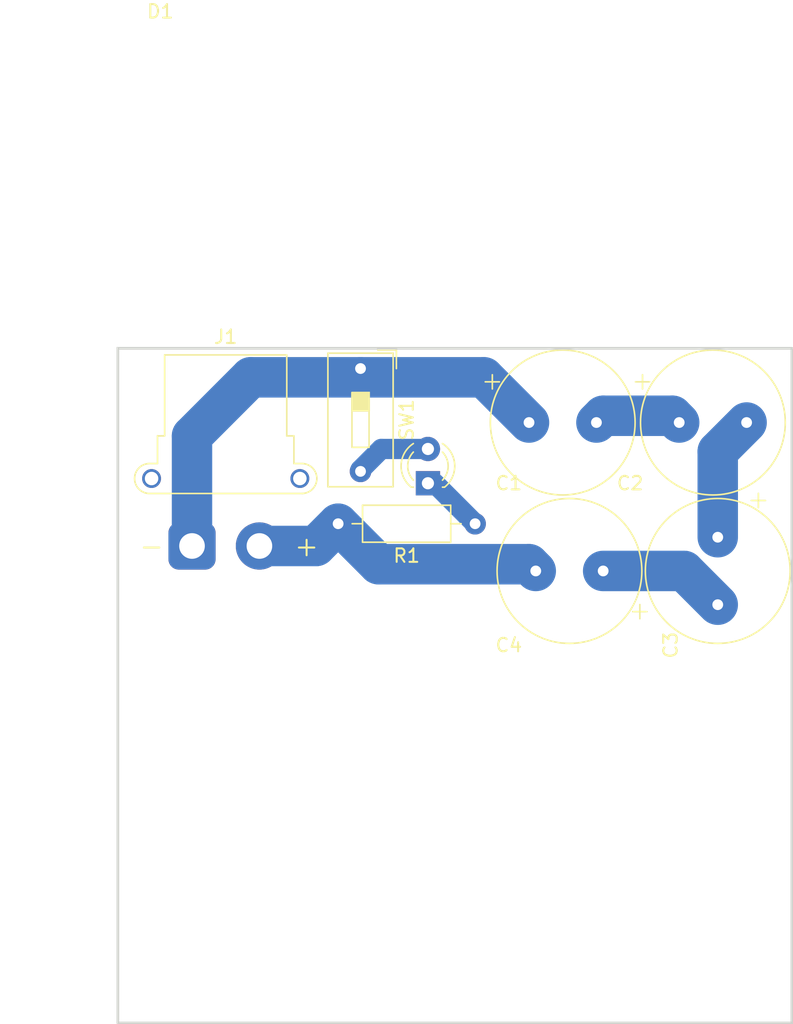
<source format=kicad_pcb>
(kicad_pcb (version 20241229) (generator "pcbnew") (generator_version "9.0")
  (layers (0 "F.Cu" signal) (2 "B.Cu" signal) (13 "F.Paste" user) (15 "B.Paste" user) (5 "F.SilkS" user "F.Silkscreen") (7 "B.SilkS" user "B.Silkscreen") (1 "F.Mask" user) (3 "B.Mask" user) (25 "Edge.Cuts" user))
  (net 0 "")
  (net 1 "+12V")
  (net 2 "Net-(C1-Pad2)")
  (net 3 "Net-(C2-Pad2)")
  (net 4 "Net-(C3-Pad2)")
  (net 5 "GND")
  (net 6 "Net-(D1-K)")
  (net 7 "Net-(D1-A)")
  (footprint "Libraryy:Through Hole Resistor" (layer "F.Cu") (at 126.5 63 180)
    (property "Reference" "R1" (at 5.08 -2.37 0) (layer "F.SilkS"))
    (property "Value" "R")
    (fp_line (start 9.12 0) (end 8.35 0) (stroke (width 0.12)) (layer "F.SilkS"))
    (fp_line (start 8.35 1.37) (end 8.35 -1.37) (stroke (width 0.12)) (layer "F.SilkS"))
    (fp_line (start 8.35 -1.37) (end 1.81 -1.37) (stroke (width 0.12)) (layer "F.SilkS"))
    (fp_line (start 1.81 1.37) (end 8.35 1.37) (stroke (width 0.12)) (layer "F.SilkS"))
    (fp_line (start 1.81 -1.37) (end 1.81 1.37) (stroke (width 0.12)) (layer "F.SilkS"))
    (fp_line (start 1.04 0) (end 1.81 0) (stroke (width 0.12)) (layer "F.SilkS"))
    (pad "1" thru_hole circle (at 0 0 180) (size 1.6 1.6) (drill 0.8) (layers "*.Cu" "*.Mask") (net 6 "Net-(D1-K)"))
    (pad "2" thru_hole oval (at 10.16 0 180) (size 1.6 1.6) (drill 0.8) (layers "*.Cu" "*.Mask") (net 5 "GND"))
  )
  (footprint "Libraryy:SupeCapacitor Through Hole" (layer "F.Cu") (at 130.5 55.5)
    (property "Reference" "C1" (at -1.5 4.5 0) (layer "F.SilkS"))
    (property "Value" "C")
    (fp_line (start -3.247133 -3.015) (end -2.197133 -3.015) (stroke (width 0.12)) (layer "F.SilkS"))
    (fp_line (start -2.722133 -3.54) (end -2.722133 -2.49) (stroke (width 0.12)) (layer "F.SilkS"))
    (fp_circle (center 2.5 0) (end 7.87 0) (stroke (width 0.12)) (fill no) (layer "F.SilkS"))
    (pad "1" thru_hole rect (at 0 0) (size 1.6 1.6) (drill 0.8) (layers "*.Cu" "*.Mask") (net 1 "+12V"))
    (pad "2" thru_hole circle (at 5 0) (size 1.6 1.6) (drill 0.8) (layers "*.Cu" "*.Mask") (net 2 "Net-(C1-Pad2)"))
  )
  (footprint "Libraryy:SPST Through Hole Switch" (layer "F.Cu") (at 118 51.5 -90)
    (property "Reference" "SW1" (at 3.81 -3.42 90) (layer "F.SilkS"))
    (property "Value" "SW_SPST")
    (fp_line (start -1.14 2.42) (end 8.76 2.42) (stroke (width 0.12)) (layer "F.SilkS"))
    (fp_line (start 3.133333 -0.635) (end 3.133333 0.635) (stroke (width 0.12)) (layer "F.SilkS"))
    (fp_line (start -1.14 -2.42) (end -1.14 2.42) (stroke (width 0.12)) (layer "F.SilkS"))
    (fp_line (start -1.14 -2.42) (end 8.76 -2.42) (stroke (width 0.12)) (layer "F.SilkS"))
    (fp_line (start 8.76 -2.42) (end 8.76 2.42) (stroke (width 0.12)) (layer "F.SilkS"))
    (fp_line (start -1.38 -2.66) (end -1.38 -1.277) (stroke (width 0.12)) (layer "F.SilkS"))
    (fp_line (start -1.38 -2.66) (end 0.003 -2.66) (stroke (width 0.12)) (layer "F.SilkS"))
    (fp_rect (start 1.78 -0.635) (end 3.133333 0.635) (stroke (width 0.12)) (fill yes) (layer "F.SilkS"))
    (fp_rect (start 1.78 -0.635) (end 5.84 0.635) (stroke (width 0.12)) (fill no) (layer "F.SilkS"))
    (pad "1" thru_hole roundrect (at 0 0 270) (size 1.6 1.6) (drill 0.8) (layers "*.Cu" "*.Mask") (roundrect_rratio 0.15625) (net 1 "+12V"))
    (pad "2" thru_hole circle (at 7.62 0 270) (size 1.6 1.6) (drill 0.8) (layers "*.Cu" "*.Mask") (net 7 "Net-(D1-A)"))
  )
  (footprint "Libraryy:LED Through Hole" (layer "F.Cu") (at 123 60 90)
    (property "Reference" "D1" (at 34.965 -19.855 0) (layer "F.SilkS"))
    (property "Value" "LED")
    (fp_line (start -0.29 -1.236) (end -0.29 -1.08) (stroke (width 0.12)) (layer "F.SilkS"))
    (fp_line (start -0.29 1.08) (end -0.29 1.236) (stroke (width 0.12)) (layer "F.SilkS"))
    (fp_arc (start -0.29 -1.235516) (mid 1.365624 -1.987701) (end 2.941397 -1.080061) (stroke (width 0.12)) (layer "F.SilkS"))
    (fp_arc (start 0.229039 -1.08) (mid 1.269964 -1.5) (end 2.31091 -1.080049) (stroke (width 0.12)) (layer "F.SilkS"))
    (fp_arc (start 2.31091 1.080049) (mid 1.269964 1.5) (end 0.229039 1.08) (stroke (width 0.12)) (layer "F.SilkS"))
    (fp_arc (start 2.941397 1.080061) (mid 1.365624 1.987701) (end -0.29 1.235516) (stroke (width 0.12)) (layer "F.SilkS"))
    (pad "1" thru_hole rect (at 0 0 90) (size 1.8 1.8) (drill 0.9) (layers "*.Cu" "*.Mask") (net 6 "Net-(D1-K)"))
    (pad "2" thru_hole circle (at 2.54 0 90) (size 1.8 1.8) (drill 0.9) (layers "*.Cu" "*.Mask") (net 7 "Net-(D1-A)"))
  )
  (footprint "Libraryy:XT30PW-F" (layer "F.Cu") (at 105.5 64.65)
    (property "Reference" "J1" (at 2.5 -15.5 0) (layer "F.SilkS"))
    (property "Value" "Conn_01x02_Pin")
    (fp_line (start -3.26 -6.11) (end -2.56 -6.11) (stroke (width 0.12)) (layer "F.SilkS"))
    (fp_line (start -3.26 -3.89) (end 8.26 -3.89) (stroke (width 0.12)) (layer "F.SilkS"))
    (fp_line (start -2.56 -8.16) (end -2.56 -6.11) (stroke (width 0.12)) (layer "F.SilkS"))
    (fp_line (start -2.56 -8.16) (end -2.03 -8.16) (stroke (width 0.12)) (layer "F.SilkS"))
    (fp_line (start -2.03 -14.16) (end -2.03 -8.16) (stroke (width 0.12)) (layer "F.SilkS"))
    (fp_line (start -2.03 -14.16) (end 7 -14.16) (stroke (width 0.12)) (layer "F.SilkS"))
    (fp_line (start 7.03 -14.16) (end 7.03 -8.16) (stroke (width 0.12)) (layer "F.SilkS"))
    (fp_line (start 7.03 -8.16) (end 7.56 -8.16) (stroke (width 0.12)) (layer "F.SilkS"))
    (fp_line (start 7.56 -8.16) (end 7.56 -6.11) (stroke (width 0.12)) (layer "F.SilkS"))
    (fp_line (start 7.56 -6.11) (end 8.26 -6.11) (stroke (width 0.12)) (layer "F.SilkS"))
    (fp_arc (start -3.321729 -3.903365) (mid -4.256653 -5.086124) (end -3.15 -6.11) (stroke (width 0.12)) (layer "F.SilkS"))
    (fp_arc (start 8.15 -6.11) (mid 9.26 -5) (end 8.15 -3.89) (stroke (width 0.12)) (layer "F.SilkS"))
    (fp_text user "-" (at -3 0 0) (layer "F.SilkS") (effects (font (size 1.5 1.5))))
    (fp_text user "+" (at 8.5 0 0) (layer "F.SilkS") (effects (font (size 1.5 1.5))))
    (pad "" thru_hole circle (at -3 -5 90) (size 1.4 1.4) (drill 1) (layers "*.Cu" "*.Mask"))
    (pad "" thru_hole circle (at 8 -5) (size 1.4 1.4) (drill 1) (layers "*.Cu" "*.Mask"))
    (pad "1" thru_hole roundrect (at 0 0) (size 3.5 3.5) (drill 1.9) (layers "*.Cu" "*.Mask") (roundrect_rratio 0.22) (net 1 "+12V"))
    (pad "2" thru_hole circle (at 5 0) (size 3.5 3.5) (drill 1.9) (layers "*.Cu" "*.Mask") (net 5 "GND"))
  )
  (footprint "Libraryy:SupeCapacitor Through Hole" (layer "F.Cu") (at 144.5 64 -90)
    (property "Reference" "C3" (at 8 3.5 90) (layer "F.SilkS"))
    (property "Value" "C")
    (fp_line (start -3.247133 -3.015) (end -2.197133 -3.015) (stroke (width 0.12)) (layer "F.SilkS"))
    (fp_line (start -2.722133 -3.54) (end -2.722133 -2.49) (stroke (width 0.12)) (layer "F.SilkS"))
    (fp_circle (center 2.5 0) (end 7.87 0) (stroke (width 0.12)) (fill no) (layer "F.SilkS"))
    (pad "1" thru_hole rect (at 0 0 270) (size 1.6 1.6) (drill 0.8) (layers "*.Cu" "*.Mask") (net 3 "Net-(C2-Pad2)"))
    (pad "2" thru_hole circle (at 5 0 270) (size 1.6 1.6) (drill 0.8) (layers "*.Cu" "*.Mask") (net 4 "Net-(C3-Pad2)"))
  )
  (footprint "Libraryy:SupeCapacitor Through Hole" (layer "F.Cu") (at 136 66.5 180)
    (property "Reference" "C4" (at 7 -5.5 0) (layer "F.SilkS"))
    (property "Value" "C")
    (fp_line (start -2.722133 -3.54) (end -2.722133 -2.49) (stroke (width 0.12)) (layer "F.SilkS"))
    (fp_line (start -3.247133 -3.015) (end -2.197133 -3.015) (stroke (width 0.12)) (layer "F.SilkS"))
    (fp_circle (center 2.5 0) (end 7.87 0) (stroke (width 0.12)) (fill no) (layer "F.SilkS"))
    (pad "1" thru_hole rect (at 0 0 180) (size 1.6 1.6) (drill 0.8) (layers "*.Cu" "*.Mask") (net 4 "Net-(C3-Pad2)"))
    (pad "2" thru_hole circle (at 5 0 180) (size 1.6 1.6) (drill 0.8) (layers "*.Cu" "*.Mask") (net 5 "GND"))
  )
  (footprint "Libraryy:SupeCapacitor Through Hole" (layer "F.Cu") (at 141.641067 55.5)
    (property "Reference" "C2" (at -3.641067 4.5 0) (layer "F.SilkS"))
    (property "Value" "C")
    (fp_line (start -3.247133 -3.015) (end -2.197133 -3.015) (stroke (width 0.12)) (layer "F.SilkS"))
    (fp_line (start -2.722133 -3.54) (end -2.722133 -2.49) (stroke (width 0.12)) (layer "F.SilkS"))
    (fp_circle (center 2.5 0) (end 7.87 0) (stroke (width 0.12)) (fill no) (layer "F.SilkS"))
    (pad "1" thru_hole rect (at 0 0) (size 1.6 1.6) (drill 0.8) (layers "*.Cu" "*.Mask") (net 2 "Net-(C1-Pad2)"))
    (pad "2" thru_hole circle (at 5 0) (size 1.6 1.6) (drill 0.8) (layers "*.Cu" "*.Mask") (net 3 "Net-(C2-Pad2)"))
  )
  (gr_rect (start 100 50) (end 150 100) (stroke (width 0.2)) (fill no) (layer "Edge.Cuts"))
  (segment (start 118 52.15) (end 118 51.5) (width 0.2) (layer "B.Cu") (net 1))
  (segment (start 127.15 52.15) (end 118 52.15) (width 3) (layer "B.Cu") (net 1))
  (segment (start 105.5 64.65) (end 105.5 56.5) (width 3) (layer "B.Cu") (net 1))
  (segment (start 105.5 56.5) (end 109.85 52.15) (width 3) (layer "B.Cu") (net 1))
  (segment (start 130.5 55.5) (end 127.15 52.15) (width 3) (layer "B.Cu") (net 1))
  (segment (start 109.85 52.15) (end 118 52.15) (width 3) (layer "B.Cu") (net 1))
  (segment (start 136 55) (end 135.5 55.5) (width 3) (layer "B.Cu") (net 2))
  (segment (start 141.641067 55.5) (end 141.141067 55) (width 3) (layer "B.Cu") (net 2))
  (segment (start 141.141067 55) (end 136 55) (width 3) (layer "B.Cu") (net 2))
  (segment (start 144.5 64) (end 144.5 57.641067) (width 3) (layer "B.Cu") (net 3))
  (segment (start 144.5 57.641067) (end 146.641067 55.5) (width 3) (layer "B.Cu") (net 3))
  (segment (start 142 66.5) (end 144.5 69) (width 3) (layer "B.Cu") (net 4))
  (segment (start 136 66.5) (end 142 66.5) (width 3) (layer "B.Cu") (net 4))
  (segment (start 110.5 64.65) (end 114.69 64.65) (width 3) (layer "B.Cu") (net 5))
  (segment (start 116.34 63) (end 119.34 66) (width 3) (layer "B.Cu") (net 5))
  (segment (start 114.69 64.65) (end 116.34 63) (width 3) (layer "B.Cu") (net 5))
  (segment (start 130.5 66) (end 131 66.5) (width 3) (layer "B.Cu") (net 5))
  (segment (start 119.34 66) (end 130.5 66) (width 3) (layer "B.Cu") (net 5))
  (segment (start 123.5 60) (end 126.5 63) (width 1.5) (layer "B.Cu") (net 6))
  (segment (start 123 60) (end 123.5 60) (width 0.2) (layer "B.Cu") (net 6))
  (segment (start 118 59.12) (end 118 59) (width 1.5) (layer "B.Cu") (net 7))
  (segment (start 119.54 57.46) (end 123 57.46) (width 1.5) (layer "B.Cu") (net 7))
  (segment (start 118 59) (end 119.54 57.46) (width 1.5) (layer "B.Cu") (net 7))
)
</source>
